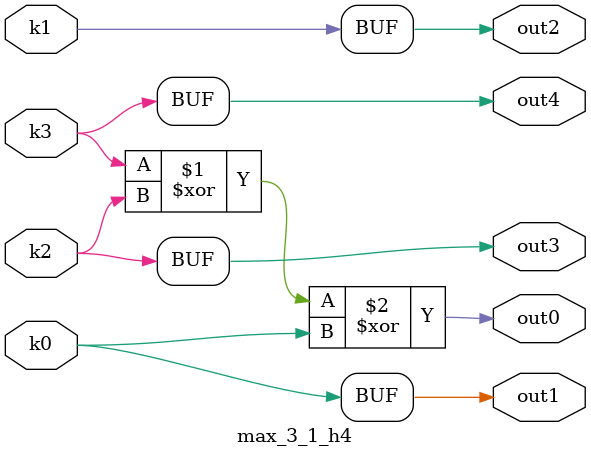
<source format=v>
module max_3_1(pi0, pi1, pi2, pi3, pi4, pi5, pi6, pi7, pi8, po0, po1, po2, po3, po4);
input pi0, pi1, pi2, pi3, pi4, pi5, pi6, pi7, pi8;
output po0, po1, po2, po3, po4;
wire k0, k1, k2, k3;
max_3_1_w4 DUT1 (pi0, pi1, pi2, pi3, pi4, pi5, pi6, pi7, pi8, k0, k1, k2, k3);
max_3_1_h4 DUT2 (k0, k1, k2, k3, po0, po1, po2, po3, po4);
endmodule

module max_3_1_w4(in8, in7, in6, in5, in4, in3, in2, in1, in0, k3, k2, k1, k0);
input in8, in7, in6, in5, in4, in3, in2, in1, in0;
output k3, k2, k1, k0;
assign k0 =   in2 ? ~in7 : ~in4;
assign k1 =   in2 ? ~in8 : ~in5;
assign k2 =   ~in3 & in6;
assign k3 =   (((in8 | (~in5 & ~in1)) & (~in5 | ~in1)) | (in7 & ~in4)) & (in7 | ~in4) & in0 & (in6 | ~in3);
endmodule

module max_3_1_h4(k3, k2, k1, k0, out4, out3, out2, out1, out0);
input k3, k2, k1, k0;
output out4, out3, out2, out1, out0;
assign out0 = k3 ^ k2 ^ k0;
assign out1 = k0;
assign out2 = k1;
assign out3 = k2;
assign out4 = k3;
endmodule

</source>
